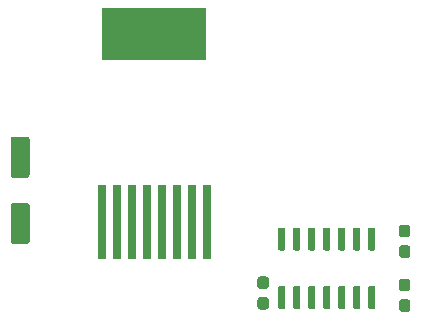
<source format=gbr>
G04 #@! TF.GenerationSoftware,KiCad,Pcbnew,(5.1.5-0)*
G04 #@! TF.CreationDate,2020-01-15T14:05:34-05:00*
G04 #@! TF.ProjectId,lever,6c657665-722e-46b6-9963-61645f706362,1.0*
G04 #@! TF.SameCoordinates,Original*
G04 #@! TF.FileFunction,Paste,Top*
G04 #@! TF.FilePolarity,Positive*
%FSLAX46Y46*%
G04 Gerber Fmt 4.6, Leading zero omitted, Abs format (unit mm)*
G04 Created by KiCad (PCBNEW (5.1.5-0)) date 2020-01-15 14:05:34*
%MOMM*%
%LPD*%
G04 APERTURE LIST*
%ADD10C,0.100000*%
%ADD11R,0.760000X6.350000*%
%ADD12R,8.800000X4.500000*%
G04 APERTURE END LIST*
D10*
G36*
X101603004Y-81557204D02*
G01*
X101627273Y-81560804D01*
X101651071Y-81566765D01*
X101674171Y-81575030D01*
X101696349Y-81585520D01*
X101717393Y-81598133D01*
X101737098Y-81612747D01*
X101755277Y-81629223D01*
X101771753Y-81647402D01*
X101786367Y-81667107D01*
X101798980Y-81688151D01*
X101809470Y-81710329D01*
X101817735Y-81733429D01*
X101823696Y-81757227D01*
X101827296Y-81781496D01*
X101828500Y-81806000D01*
X101828500Y-84806000D01*
X101827296Y-84830504D01*
X101823696Y-84854773D01*
X101817735Y-84878571D01*
X101809470Y-84901671D01*
X101798980Y-84923849D01*
X101786367Y-84944893D01*
X101771753Y-84964598D01*
X101755277Y-84982777D01*
X101737098Y-84999253D01*
X101717393Y-85013867D01*
X101696349Y-85026480D01*
X101674171Y-85036970D01*
X101651071Y-85045235D01*
X101627273Y-85051196D01*
X101603004Y-85054796D01*
X101578500Y-85056000D01*
X100478500Y-85056000D01*
X100453996Y-85054796D01*
X100429727Y-85051196D01*
X100405929Y-85045235D01*
X100382829Y-85036970D01*
X100360651Y-85026480D01*
X100339607Y-85013867D01*
X100319902Y-84999253D01*
X100301723Y-84982777D01*
X100285247Y-84964598D01*
X100270633Y-84944893D01*
X100258020Y-84923849D01*
X100247530Y-84901671D01*
X100239265Y-84878571D01*
X100233304Y-84854773D01*
X100229704Y-84830504D01*
X100228500Y-84806000D01*
X100228500Y-81806000D01*
X100229704Y-81781496D01*
X100233304Y-81757227D01*
X100239265Y-81733429D01*
X100247530Y-81710329D01*
X100258020Y-81688151D01*
X100270633Y-81667107D01*
X100285247Y-81647402D01*
X100301723Y-81629223D01*
X100319902Y-81612747D01*
X100339607Y-81598133D01*
X100360651Y-81585520D01*
X100382829Y-81575030D01*
X100405929Y-81566765D01*
X100429727Y-81560804D01*
X100453996Y-81557204D01*
X100478500Y-81556000D01*
X101578500Y-81556000D01*
X101603004Y-81557204D01*
G37*
G36*
X101603004Y-87157204D02*
G01*
X101627273Y-87160804D01*
X101651071Y-87166765D01*
X101674171Y-87175030D01*
X101696349Y-87185520D01*
X101717393Y-87198133D01*
X101737098Y-87212747D01*
X101755277Y-87229223D01*
X101771753Y-87247402D01*
X101786367Y-87267107D01*
X101798980Y-87288151D01*
X101809470Y-87310329D01*
X101817735Y-87333429D01*
X101823696Y-87357227D01*
X101827296Y-87381496D01*
X101828500Y-87406000D01*
X101828500Y-90406000D01*
X101827296Y-90430504D01*
X101823696Y-90454773D01*
X101817735Y-90478571D01*
X101809470Y-90501671D01*
X101798980Y-90523849D01*
X101786367Y-90544893D01*
X101771753Y-90564598D01*
X101755277Y-90582777D01*
X101737098Y-90599253D01*
X101717393Y-90613867D01*
X101696349Y-90626480D01*
X101674171Y-90636970D01*
X101651071Y-90645235D01*
X101627273Y-90651196D01*
X101603004Y-90654796D01*
X101578500Y-90656000D01*
X100478500Y-90656000D01*
X100453996Y-90654796D01*
X100429727Y-90651196D01*
X100405929Y-90645235D01*
X100382829Y-90636970D01*
X100360651Y-90626480D01*
X100339607Y-90613867D01*
X100319902Y-90599253D01*
X100301723Y-90582777D01*
X100285247Y-90564598D01*
X100270633Y-90544893D01*
X100258020Y-90523849D01*
X100247530Y-90501671D01*
X100239265Y-90478571D01*
X100233304Y-90454773D01*
X100229704Y-90430504D01*
X100228500Y-90406000D01*
X100228500Y-87406000D01*
X100229704Y-87381496D01*
X100233304Y-87357227D01*
X100239265Y-87333429D01*
X100247530Y-87310329D01*
X100258020Y-87288151D01*
X100270633Y-87267107D01*
X100285247Y-87247402D01*
X100301723Y-87229223D01*
X100319902Y-87212747D01*
X100339607Y-87198133D01*
X100360651Y-87185520D01*
X100382829Y-87175030D01*
X100405929Y-87166765D01*
X100429727Y-87160804D01*
X100453996Y-87157204D01*
X100478500Y-87156000D01*
X101578500Y-87156000D01*
X101603004Y-87157204D01*
G37*
G36*
X121863279Y-95156644D02*
G01*
X121886334Y-95160063D01*
X121908943Y-95165727D01*
X121930887Y-95173579D01*
X121951957Y-95183544D01*
X121971948Y-95195526D01*
X121990668Y-95209410D01*
X122007938Y-95225062D01*
X122023590Y-95242332D01*
X122037474Y-95261052D01*
X122049456Y-95281043D01*
X122059421Y-95302113D01*
X122067273Y-95324057D01*
X122072937Y-95346666D01*
X122076356Y-95369721D01*
X122077500Y-95393000D01*
X122077500Y-95968000D01*
X122076356Y-95991279D01*
X122072937Y-96014334D01*
X122067273Y-96036943D01*
X122059421Y-96058887D01*
X122049456Y-96079957D01*
X122037474Y-96099948D01*
X122023590Y-96118668D01*
X122007938Y-96135938D01*
X121990668Y-96151590D01*
X121971948Y-96165474D01*
X121951957Y-96177456D01*
X121930887Y-96187421D01*
X121908943Y-96195273D01*
X121886334Y-96200937D01*
X121863279Y-96204356D01*
X121840000Y-96205500D01*
X121365000Y-96205500D01*
X121341721Y-96204356D01*
X121318666Y-96200937D01*
X121296057Y-96195273D01*
X121274113Y-96187421D01*
X121253043Y-96177456D01*
X121233052Y-96165474D01*
X121214332Y-96151590D01*
X121197062Y-96135938D01*
X121181410Y-96118668D01*
X121167526Y-96099948D01*
X121155544Y-96079957D01*
X121145579Y-96058887D01*
X121137727Y-96036943D01*
X121132063Y-96014334D01*
X121128644Y-95991279D01*
X121127500Y-95968000D01*
X121127500Y-95393000D01*
X121128644Y-95369721D01*
X121132063Y-95346666D01*
X121137727Y-95324057D01*
X121145579Y-95302113D01*
X121155544Y-95281043D01*
X121167526Y-95261052D01*
X121181410Y-95242332D01*
X121197062Y-95225062D01*
X121214332Y-95209410D01*
X121233052Y-95195526D01*
X121253043Y-95183544D01*
X121274113Y-95173579D01*
X121296057Y-95165727D01*
X121318666Y-95160063D01*
X121341721Y-95156644D01*
X121365000Y-95155500D01*
X121840000Y-95155500D01*
X121863279Y-95156644D01*
G37*
G36*
X121863279Y-93406644D02*
G01*
X121886334Y-93410063D01*
X121908943Y-93415727D01*
X121930887Y-93423579D01*
X121951957Y-93433544D01*
X121971948Y-93445526D01*
X121990668Y-93459410D01*
X122007938Y-93475062D01*
X122023590Y-93492332D01*
X122037474Y-93511052D01*
X122049456Y-93531043D01*
X122059421Y-93552113D01*
X122067273Y-93574057D01*
X122072937Y-93596666D01*
X122076356Y-93619721D01*
X122077500Y-93643000D01*
X122077500Y-94218000D01*
X122076356Y-94241279D01*
X122072937Y-94264334D01*
X122067273Y-94286943D01*
X122059421Y-94308887D01*
X122049456Y-94329957D01*
X122037474Y-94349948D01*
X122023590Y-94368668D01*
X122007938Y-94385938D01*
X121990668Y-94401590D01*
X121971948Y-94415474D01*
X121951957Y-94427456D01*
X121930887Y-94437421D01*
X121908943Y-94445273D01*
X121886334Y-94450937D01*
X121863279Y-94454356D01*
X121840000Y-94455500D01*
X121365000Y-94455500D01*
X121341721Y-94454356D01*
X121318666Y-94450937D01*
X121296057Y-94445273D01*
X121274113Y-94437421D01*
X121253043Y-94427456D01*
X121233052Y-94415474D01*
X121214332Y-94401590D01*
X121197062Y-94385938D01*
X121181410Y-94368668D01*
X121167526Y-94349948D01*
X121155544Y-94329957D01*
X121145579Y-94308887D01*
X121137727Y-94286943D01*
X121132063Y-94264334D01*
X121128644Y-94241279D01*
X121127500Y-94218000D01*
X121127500Y-93643000D01*
X121128644Y-93619721D01*
X121132063Y-93596666D01*
X121137727Y-93574057D01*
X121145579Y-93552113D01*
X121155544Y-93531043D01*
X121167526Y-93511052D01*
X121181410Y-93492332D01*
X121197062Y-93475062D01*
X121214332Y-93459410D01*
X121233052Y-93445526D01*
X121253043Y-93433544D01*
X121274113Y-93423579D01*
X121296057Y-93415727D01*
X121318666Y-93410063D01*
X121341721Y-93406644D01*
X121365000Y-93405500D01*
X121840000Y-93405500D01*
X121863279Y-93406644D01*
G37*
G36*
X133864779Y-90775144D02*
G01*
X133887834Y-90778563D01*
X133910443Y-90784227D01*
X133932387Y-90792079D01*
X133953457Y-90802044D01*
X133973448Y-90814026D01*
X133992168Y-90827910D01*
X134009438Y-90843562D01*
X134025090Y-90860832D01*
X134038974Y-90879552D01*
X134050956Y-90899543D01*
X134060921Y-90920613D01*
X134068773Y-90942557D01*
X134074437Y-90965166D01*
X134077856Y-90988221D01*
X134079000Y-91011500D01*
X134079000Y-91586500D01*
X134077856Y-91609779D01*
X134074437Y-91632834D01*
X134068773Y-91655443D01*
X134060921Y-91677387D01*
X134050956Y-91698457D01*
X134038974Y-91718448D01*
X134025090Y-91737168D01*
X134009438Y-91754438D01*
X133992168Y-91770090D01*
X133973448Y-91783974D01*
X133953457Y-91795956D01*
X133932387Y-91805921D01*
X133910443Y-91813773D01*
X133887834Y-91819437D01*
X133864779Y-91822856D01*
X133841500Y-91824000D01*
X133366500Y-91824000D01*
X133343221Y-91822856D01*
X133320166Y-91819437D01*
X133297557Y-91813773D01*
X133275613Y-91805921D01*
X133254543Y-91795956D01*
X133234552Y-91783974D01*
X133215832Y-91770090D01*
X133198562Y-91754438D01*
X133182910Y-91737168D01*
X133169026Y-91718448D01*
X133157044Y-91698457D01*
X133147079Y-91677387D01*
X133139227Y-91655443D01*
X133133563Y-91632834D01*
X133130144Y-91609779D01*
X133129000Y-91586500D01*
X133129000Y-91011500D01*
X133130144Y-90988221D01*
X133133563Y-90965166D01*
X133139227Y-90942557D01*
X133147079Y-90920613D01*
X133157044Y-90899543D01*
X133169026Y-90879552D01*
X133182910Y-90860832D01*
X133198562Y-90843562D01*
X133215832Y-90827910D01*
X133234552Y-90814026D01*
X133254543Y-90802044D01*
X133275613Y-90792079D01*
X133297557Y-90784227D01*
X133320166Y-90778563D01*
X133343221Y-90775144D01*
X133366500Y-90774000D01*
X133841500Y-90774000D01*
X133864779Y-90775144D01*
G37*
G36*
X133864779Y-89025144D02*
G01*
X133887834Y-89028563D01*
X133910443Y-89034227D01*
X133932387Y-89042079D01*
X133953457Y-89052044D01*
X133973448Y-89064026D01*
X133992168Y-89077910D01*
X134009438Y-89093562D01*
X134025090Y-89110832D01*
X134038974Y-89129552D01*
X134050956Y-89149543D01*
X134060921Y-89170613D01*
X134068773Y-89192557D01*
X134074437Y-89215166D01*
X134077856Y-89238221D01*
X134079000Y-89261500D01*
X134079000Y-89836500D01*
X134077856Y-89859779D01*
X134074437Y-89882834D01*
X134068773Y-89905443D01*
X134060921Y-89927387D01*
X134050956Y-89948457D01*
X134038974Y-89968448D01*
X134025090Y-89987168D01*
X134009438Y-90004438D01*
X133992168Y-90020090D01*
X133973448Y-90033974D01*
X133953457Y-90045956D01*
X133932387Y-90055921D01*
X133910443Y-90063773D01*
X133887834Y-90069437D01*
X133864779Y-90072856D01*
X133841500Y-90074000D01*
X133366500Y-90074000D01*
X133343221Y-90072856D01*
X133320166Y-90069437D01*
X133297557Y-90063773D01*
X133275613Y-90055921D01*
X133254543Y-90045956D01*
X133234552Y-90033974D01*
X133215832Y-90020090D01*
X133198562Y-90004438D01*
X133182910Y-89987168D01*
X133169026Y-89968448D01*
X133157044Y-89948457D01*
X133147079Y-89927387D01*
X133139227Y-89905443D01*
X133133563Y-89882834D01*
X133130144Y-89859779D01*
X133129000Y-89836500D01*
X133129000Y-89261500D01*
X133130144Y-89238221D01*
X133133563Y-89215166D01*
X133139227Y-89192557D01*
X133147079Y-89170613D01*
X133157044Y-89149543D01*
X133169026Y-89129552D01*
X133182910Y-89110832D01*
X133198562Y-89093562D01*
X133215832Y-89077910D01*
X133234552Y-89064026D01*
X133254543Y-89052044D01*
X133275613Y-89042079D01*
X133297557Y-89034227D01*
X133320166Y-89028563D01*
X133343221Y-89025144D01*
X133366500Y-89024000D01*
X133841500Y-89024000D01*
X133864779Y-89025144D01*
G37*
G36*
X133864779Y-95347144D02*
G01*
X133887834Y-95350563D01*
X133910443Y-95356227D01*
X133932387Y-95364079D01*
X133953457Y-95374044D01*
X133973448Y-95386026D01*
X133992168Y-95399910D01*
X134009438Y-95415562D01*
X134025090Y-95432832D01*
X134038974Y-95451552D01*
X134050956Y-95471543D01*
X134060921Y-95492613D01*
X134068773Y-95514557D01*
X134074437Y-95537166D01*
X134077856Y-95560221D01*
X134079000Y-95583500D01*
X134079000Y-96158500D01*
X134077856Y-96181779D01*
X134074437Y-96204834D01*
X134068773Y-96227443D01*
X134060921Y-96249387D01*
X134050956Y-96270457D01*
X134038974Y-96290448D01*
X134025090Y-96309168D01*
X134009438Y-96326438D01*
X133992168Y-96342090D01*
X133973448Y-96355974D01*
X133953457Y-96367956D01*
X133932387Y-96377921D01*
X133910443Y-96385773D01*
X133887834Y-96391437D01*
X133864779Y-96394856D01*
X133841500Y-96396000D01*
X133366500Y-96396000D01*
X133343221Y-96394856D01*
X133320166Y-96391437D01*
X133297557Y-96385773D01*
X133275613Y-96377921D01*
X133254543Y-96367956D01*
X133234552Y-96355974D01*
X133215832Y-96342090D01*
X133198562Y-96326438D01*
X133182910Y-96309168D01*
X133169026Y-96290448D01*
X133157044Y-96270457D01*
X133147079Y-96249387D01*
X133139227Y-96227443D01*
X133133563Y-96204834D01*
X133130144Y-96181779D01*
X133129000Y-96158500D01*
X133129000Y-95583500D01*
X133130144Y-95560221D01*
X133133563Y-95537166D01*
X133139227Y-95514557D01*
X133147079Y-95492613D01*
X133157044Y-95471543D01*
X133169026Y-95451552D01*
X133182910Y-95432832D01*
X133198562Y-95415562D01*
X133215832Y-95399910D01*
X133234552Y-95386026D01*
X133254543Y-95374044D01*
X133275613Y-95364079D01*
X133297557Y-95356227D01*
X133320166Y-95350563D01*
X133343221Y-95347144D01*
X133366500Y-95346000D01*
X133841500Y-95346000D01*
X133864779Y-95347144D01*
G37*
G36*
X133864779Y-93597144D02*
G01*
X133887834Y-93600563D01*
X133910443Y-93606227D01*
X133932387Y-93614079D01*
X133953457Y-93624044D01*
X133973448Y-93636026D01*
X133992168Y-93649910D01*
X134009438Y-93665562D01*
X134025090Y-93682832D01*
X134038974Y-93701552D01*
X134050956Y-93721543D01*
X134060921Y-93742613D01*
X134068773Y-93764557D01*
X134074437Y-93787166D01*
X134077856Y-93810221D01*
X134079000Y-93833500D01*
X134079000Y-94408500D01*
X134077856Y-94431779D01*
X134074437Y-94454834D01*
X134068773Y-94477443D01*
X134060921Y-94499387D01*
X134050956Y-94520457D01*
X134038974Y-94540448D01*
X134025090Y-94559168D01*
X134009438Y-94576438D01*
X133992168Y-94592090D01*
X133973448Y-94605974D01*
X133953457Y-94617956D01*
X133932387Y-94627921D01*
X133910443Y-94635773D01*
X133887834Y-94641437D01*
X133864779Y-94644856D01*
X133841500Y-94646000D01*
X133366500Y-94646000D01*
X133343221Y-94644856D01*
X133320166Y-94641437D01*
X133297557Y-94635773D01*
X133275613Y-94627921D01*
X133254543Y-94617956D01*
X133234552Y-94605974D01*
X133215832Y-94592090D01*
X133198562Y-94576438D01*
X133182910Y-94559168D01*
X133169026Y-94540448D01*
X133157044Y-94520457D01*
X133147079Y-94499387D01*
X133139227Y-94477443D01*
X133133563Y-94454834D01*
X133130144Y-94431779D01*
X133129000Y-94408500D01*
X133129000Y-93833500D01*
X133130144Y-93810221D01*
X133133563Y-93787166D01*
X133139227Y-93764557D01*
X133147079Y-93742613D01*
X133157044Y-93721543D01*
X133169026Y-93701552D01*
X133182910Y-93682832D01*
X133198562Y-93665562D01*
X133215832Y-93649910D01*
X133234552Y-93636026D01*
X133254543Y-93624044D01*
X133275613Y-93614079D01*
X133297557Y-93606227D01*
X133320166Y-93600563D01*
X133343221Y-93597144D01*
X133366500Y-93596000D01*
X133841500Y-93596000D01*
X133864779Y-93597144D01*
G37*
G36*
X123354703Y-89260722D02*
G01*
X123369264Y-89262882D01*
X123383543Y-89266459D01*
X123397403Y-89271418D01*
X123410710Y-89277712D01*
X123423336Y-89285280D01*
X123435159Y-89294048D01*
X123446066Y-89303934D01*
X123455952Y-89314841D01*
X123464720Y-89326664D01*
X123472288Y-89339290D01*
X123478582Y-89352597D01*
X123483541Y-89366457D01*
X123487118Y-89380736D01*
X123489278Y-89395297D01*
X123490000Y-89410000D01*
X123490000Y-91060000D01*
X123489278Y-91074703D01*
X123487118Y-91089264D01*
X123483541Y-91103543D01*
X123478582Y-91117403D01*
X123472288Y-91130710D01*
X123464720Y-91143336D01*
X123455952Y-91155159D01*
X123446066Y-91166066D01*
X123435159Y-91175952D01*
X123423336Y-91184720D01*
X123410710Y-91192288D01*
X123397403Y-91198582D01*
X123383543Y-91203541D01*
X123369264Y-91207118D01*
X123354703Y-91209278D01*
X123340000Y-91210000D01*
X123040000Y-91210000D01*
X123025297Y-91209278D01*
X123010736Y-91207118D01*
X122996457Y-91203541D01*
X122982597Y-91198582D01*
X122969290Y-91192288D01*
X122956664Y-91184720D01*
X122944841Y-91175952D01*
X122933934Y-91166066D01*
X122924048Y-91155159D01*
X122915280Y-91143336D01*
X122907712Y-91130710D01*
X122901418Y-91117403D01*
X122896459Y-91103543D01*
X122892882Y-91089264D01*
X122890722Y-91074703D01*
X122890000Y-91060000D01*
X122890000Y-89410000D01*
X122890722Y-89395297D01*
X122892882Y-89380736D01*
X122896459Y-89366457D01*
X122901418Y-89352597D01*
X122907712Y-89339290D01*
X122915280Y-89326664D01*
X122924048Y-89314841D01*
X122933934Y-89303934D01*
X122944841Y-89294048D01*
X122956664Y-89285280D01*
X122969290Y-89277712D01*
X122982597Y-89271418D01*
X122996457Y-89266459D01*
X123010736Y-89262882D01*
X123025297Y-89260722D01*
X123040000Y-89260000D01*
X123340000Y-89260000D01*
X123354703Y-89260722D01*
G37*
G36*
X124624703Y-89260722D02*
G01*
X124639264Y-89262882D01*
X124653543Y-89266459D01*
X124667403Y-89271418D01*
X124680710Y-89277712D01*
X124693336Y-89285280D01*
X124705159Y-89294048D01*
X124716066Y-89303934D01*
X124725952Y-89314841D01*
X124734720Y-89326664D01*
X124742288Y-89339290D01*
X124748582Y-89352597D01*
X124753541Y-89366457D01*
X124757118Y-89380736D01*
X124759278Y-89395297D01*
X124760000Y-89410000D01*
X124760000Y-91060000D01*
X124759278Y-91074703D01*
X124757118Y-91089264D01*
X124753541Y-91103543D01*
X124748582Y-91117403D01*
X124742288Y-91130710D01*
X124734720Y-91143336D01*
X124725952Y-91155159D01*
X124716066Y-91166066D01*
X124705159Y-91175952D01*
X124693336Y-91184720D01*
X124680710Y-91192288D01*
X124667403Y-91198582D01*
X124653543Y-91203541D01*
X124639264Y-91207118D01*
X124624703Y-91209278D01*
X124610000Y-91210000D01*
X124310000Y-91210000D01*
X124295297Y-91209278D01*
X124280736Y-91207118D01*
X124266457Y-91203541D01*
X124252597Y-91198582D01*
X124239290Y-91192288D01*
X124226664Y-91184720D01*
X124214841Y-91175952D01*
X124203934Y-91166066D01*
X124194048Y-91155159D01*
X124185280Y-91143336D01*
X124177712Y-91130710D01*
X124171418Y-91117403D01*
X124166459Y-91103543D01*
X124162882Y-91089264D01*
X124160722Y-91074703D01*
X124160000Y-91060000D01*
X124160000Y-89410000D01*
X124160722Y-89395297D01*
X124162882Y-89380736D01*
X124166459Y-89366457D01*
X124171418Y-89352597D01*
X124177712Y-89339290D01*
X124185280Y-89326664D01*
X124194048Y-89314841D01*
X124203934Y-89303934D01*
X124214841Y-89294048D01*
X124226664Y-89285280D01*
X124239290Y-89277712D01*
X124252597Y-89271418D01*
X124266457Y-89266459D01*
X124280736Y-89262882D01*
X124295297Y-89260722D01*
X124310000Y-89260000D01*
X124610000Y-89260000D01*
X124624703Y-89260722D01*
G37*
G36*
X125894703Y-89260722D02*
G01*
X125909264Y-89262882D01*
X125923543Y-89266459D01*
X125937403Y-89271418D01*
X125950710Y-89277712D01*
X125963336Y-89285280D01*
X125975159Y-89294048D01*
X125986066Y-89303934D01*
X125995952Y-89314841D01*
X126004720Y-89326664D01*
X126012288Y-89339290D01*
X126018582Y-89352597D01*
X126023541Y-89366457D01*
X126027118Y-89380736D01*
X126029278Y-89395297D01*
X126030000Y-89410000D01*
X126030000Y-91060000D01*
X126029278Y-91074703D01*
X126027118Y-91089264D01*
X126023541Y-91103543D01*
X126018582Y-91117403D01*
X126012288Y-91130710D01*
X126004720Y-91143336D01*
X125995952Y-91155159D01*
X125986066Y-91166066D01*
X125975159Y-91175952D01*
X125963336Y-91184720D01*
X125950710Y-91192288D01*
X125937403Y-91198582D01*
X125923543Y-91203541D01*
X125909264Y-91207118D01*
X125894703Y-91209278D01*
X125880000Y-91210000D01*
X125580000Y-91210000D01*
X125565297Y-91209278D01*
X125550736Y-91207118D01*
X125536457Y-91203541D01*
X125522597Y-91198582D01*
X125509290Y-91192288D01*
X125496664Y-91184720D01*
X125484841Y-91175952D01*
X125473934Y-91166066D01*
X125464048Y-91155159D01*
X125455280Y-91143336D01*
X125447712Y-91130710D01*
X125441418Y-91117403D01*
X125436459Y-91103543D01*
X125432882Y-91089264D01*
X125430722Y-91074703D01*
X125430000Y-91060000D01*
X125430000Y-89410000D01*
X125430722Y-89395297D01*
X125432882Y-89380736D01*
X125436459Y-89366457D01*
X125441418Y-89352597D01*
X125447712Y-89339290D01*
X125455280Y-89326664D01*
X125464048Y-89314841D01*
X125473934Y-89303934D01*
X125484841Y-89294048D01*
X125496664Y-89285280D01*
X125509290Y-89277712D01*
X125522597Y-89271418D01*
X125536457Y-89266459D01*
X125550736Y-89262882D01*
X125565297Y-89260722D01*
X125580000Y-89260000D01*
X125880000Y-89260000D01*
X125894703Y-89260722D01*
G37*
G36*
X127164703Y-89260722D02*
G01*
X127179264Y-89262882D01*
X127193543Y-89266459D01*
X127207403Y-89271418D01*
X127220710Y-89277712D01*
X127233336Y-89285280D01*
X127245159Y-89294048D01*
X127256066Y-89303934D01*
X127265952Y-89314841D01*
X127274720Y-89326664D01*
X127282288Y-89339290D01*
X127288582Y-89352597D01*
X127293541Y-89366457D01*
X127297118Y-89380736D01*
X127299278Y-89395297D01*
X127300000Y-89410000D01*
X127300000Y-91060000D01*
X127299278Y-91074703D01*
X127297118Y-91089264D01*
X127293541Y-91103543D01*
X127288582Y-91117403D01*
X127282288Y-91130710D01*
X127274720Y-91143336D01*
X127265952Y-91155159D01*
X127256066Y-91166066D01*
X127245159Y-91175952D01*
X127233336Y-91184720D01*
X127220710Y-91192288D01*
X127207403Y-91198582D01*
X127193543Y-91203541D01*
X127179264Y-91207118D01*
X127164703Y-91209278D01*
X127150000Y-91210000D01*
X126850000Y-91210000D01*
X126835297Y-91209278D01*
X126820736Y-91207118D01*
X126806457Y-91203541D01*
X126792597Y-91198582D01*
X126779290Y-91192288D01*
X126766664Y-91184720D01*
X126754841Y-91175952D01*
X126743934Y-91166066D01*
X126734048Y-91155159D01*
X126725280Y-91143336D01*
X126717712Y-91130710D01*
X126711418Y-91117403D01*
X126706459Y-91103543D01*
X126702882Y-91089264D01*
X126700722Y-91074703D01*
X126700000Y-91060000D01*
X126700000Y-89410000D01*
X126700722Y-89395297D01*
X126702882Y-89380736D01*
X126706459Y-89366457D01*
X126711418Y-89352597D01*
X126717712Y-89339290D01*
X126725280Y-89326664D01*
X126734048Y-89314841D01*
X126743934Y-89303934D01*
X126754841Y-89294048D01*
X126766664Y-89285280D01*
X126779290Y-89277712D01*
X126792597Y-89271418D01*
X126806457Y-89266459D01*
X126820736Y-89262882D01*
X126835297Y-89260722D01*
X126850000Y-89260000D01*
X127150000Y-89260000D01*
X127164703Y-89260722D01*
G37*
G36*
X128434703Y-89260722D02*
G01*
X128449264Y-89262882D01*
X128463543Y-89266459D01*
X128477403Y-89271418D01*
X128490710Y-89277712D01*
X128503336Y-89285280D01*
X128515159Y-89294048D01*
X128526066Y-89303934D01*
X128535952Y-89314841D01*
X128544720Y-89326664D01*
X128552288Y-89339290D01*
X128558582Y-89352597D01*
X128563541Y-89366457D01*
X128567118Y-89380736D01*
X128569278Y-89395297D01*
X128570000Y-89410000D01*
X128570000Y-91060000D01*
X128569278Y-91074703D01*
X128567118Y-91089264D01*
X128563541Y-91103543D01*
X128558582Y-91117403D01*
X128552288Y-91130710D01*
X128544720Y-91143336D01*
X128535952Y-91155159D01*
X128526066Y-91166066D01*
X128515159Y-91175952D01*
X128503336Y-91184720D01*
X128490710Y-91192288D01*
X128477403Y-91198582D01*
X128463543Y-91203541D01*
X128449264Y-91207118D01*
X128434703Y-91209278D01*
X128420000Y-91210000D01*
X128120000Y-91210000D01*
X128105297Y-91209278D01*
X128090736Y-91207118D01*
X128076457Y-91203541D01*
X128062597Y-91198582D01*
X128049290Y-91192288D01*
X128036664Y-91184720D01*
X128024841Y-91175952D01*
X128013934Y-91166066D01*
X128004048Y-91155159D01*
X127995280Y-91143336D01*
X127987712Y-91130710D01*
X127981418Y-91117403D01*
X127976459Y-91103543D01*
X127972882Y-91089264D01*
X127970722Y-91074703D01*
X127970000Y-91060000D01*
X127970000Y-89410000D01*
X127970722Y-89395297D01*
X127972882Y-89380736D01*
X127976459Y-89366457D01*
X127981418Y-89352597D01*
X127987712Y-89339290D01*
X127995280Y-89326664D01*
X128004048Y-89314841D01*
X128013934Y-89303934D01*
X128024841Y-89294048D01*
X128036664Y-89285280D01*
X128049290Y-89277712D01*
X128062597Y-89271418D01*
X128076457Y-89266459D01*
X128090736Y-89262882D01*
X128105297Y-89260722D01*
X128120000Y-89260000D01*
X128420000Y-89260000D01*
X128434703Y-89260722D01*
G37*
G36*
X129704703Y-89260722D02*
G01*
X129719264Y-89262882D01*
X129733543Y-89266459D01*
X129747403Y-89271418D01*
X129760710Y-89277712D01*
X129773336Y-89285280D01*
X129785159Y-89294048D01*
X129796066Y-89303934D01*
X129805952Y-89314841D01*
X129814720Y-89326664D01*
X129822288Y-89339290D01*
X129828582Y-89352597D01*
X129833541Y-89366457D01*
X129837118Y-89380736D01*
X129839278Y-89395297D01*
X129840000Y-89410000D01*
X129840000Y-91060000D01*
X129839278Y-91074703D01*
X129837118Y-91089264D01*
X129833541Y-91103543D01*
X129828582Y-91117403D01*
X129822288Y-91130710D01*
X129814720Y-91143336D01*
X129805952Y-91155159D01*
X129796066Y-91166066D01*
X129785159Y-91175952D01*
X129773336Y-91184720D01*
X129760710Y-91192288D01*
X129747403Y-91198582D01*
X129733543Y-91203541D01*
X129719264Y-91207118D01*
X129704703Y-91209278D01*
X129690000Y-91210000D01*
X129390000Y-91210000D01*
X129375297Y-91209278D01*
X129360736Y-91207118D01*
X129346457Y-91203541D01*
X129332597Y-91198582D01*
X129319290Y-91192288D01*
X129306664Y-91184720D01*
X129294841Y-91175952D01*
X129283934Y-91166066D01*
X129274048Y-91155159D01*
X129265280Y-91143336D01*
X129257712Y-91130710D01*
X129251418Y-91117403D01*
X129246459Y-91103543D01*
X129242882Y-91089264D01*
X129240722Y-91074703D01*
X129240000Y-91060000D01*
X129240000Y-89410000D01*
X129240722Y-89395297D01*
X129242882Y-89380736D01*
X129246459Y-89366457D01*
X129251418Y-89352597D01*
X129257712Y-89339290D01*
X129265280Y-89326664D01*
X129274048Y-89314841D01*
X129283934Y-89303934D01*
X129294841Y-89294048D01*
X129306664Y-89285280D01*
X129319290Y-89277712D01*
X129332597Y-89271418D01*
X129346457Y-89266459D01*
X129360736Y-89262882D01*
X129375297Y-89260722D01*
X129390000Y-89260000D01*
X129690000Y-89260000D01*
X129704703Y-89260722D01*
G37*
G36*
X130974703Y-89260722D02*
G01*
X130989264Y-89262882D01*
X131003543Y-89266459D01*
X131017403Y-89271418D01*
X131030710Y-89277712D01*
X131043336Y-89285280D01*
X131055159Y-89294048D01*
X131066066Y-89303934D01*
X131075952Y-89314841D01*
X131084720Y-89326664D01*
X131092288Y-89339290D01*
X131098582Y-89352597D01*
X131103541Y-89366457D01*
X131107118Y-89380736D01*
X131109278Y-89395297D01*
X131110000Y-89410000D01*
X131110000Y-91060000D01*
X131109278Y-91074703D01*
X131107118Y-91089264D01*
X131103541Y-91103543D01*
X131098582Y-91117403D01*
X131092288Y-91130710D01*
X131084720Y-91143336D01*
X131075952Y-91155159D01*
X131066066Y-91166066D01*
X131055159Y-91175952D01*
X131043336Y-91184720D01*
X131030710Y-91192288D01*
X131017403Y-91198582D01*
X131003543Y-91203541D01*
X130989264Y-91207118D01*
X130974703Y-91209278D01*
X130960000Y-91210000D01*
X130660000Y-91210000D01*
X130645297Y-91209278D01*
X130630736Y-91207118D01*
X130616457Y-91203541D01*
X130602597Y-91198582D01*
X130589290Y-91192288D01*
X130576664Y-91184720D01*
X130564841Y-91175952D01*
X130553934Y-91166066D01*
X130544048Y-91155159D01*
X130535280Y-91143336D01*
X130527712Y-91130710D01*
X130521418Y-91117403D01*
X130516459Y-91103543D01*
X130512882Y-91089264D01*
X130510722Y-91074703D01*
X130510000Y-91060000D01*
X130510000Y-89410000D01*
X130510722Y-89395297D01*
X130512882Y-89380736D01*
X130516459Y-89366457D01*
X130521418Y-89352597D01*
X130527712Y-89339290D01*
X130535280Y-89326664D01*
X130544048Y-89314841D01*
X130553934Y-89303934D01*
X130564841Y-89294048D01*
X130576664Y-89285280D01*
X130589290Y-89277712D01*
X130602597Y-89271418D01*
X130616457Y-89266459D01*
X130630736Y-89262882D01*
X130645297Y-89260722D01*
X130660000Y-89260000D01*
X130960000Y-89260000D01*
X130974703Y-89260722D01*
G37*
G36*
X130974703Y-94210722D02*
G01*
X130989264Y-94212882D01*
X131003543Y-94216459D01*
X131017403Y-94221418D01*
X131030710Y-94227712D01*
X131043336Y-94235280D01*
X131055159Y-94244048D01*
X131066066Y-94253934D01*
X131075952Y-94264841D01*
X131084720Y-94276664D01*
X131092288Y-94289290D01*
X131098582Y-94302597D01*
X131103541Y-94316457D01*
X131107118Y-94330736D01*
X131109278Y-94345297D01*
X131110000Y-94360000D01*
X131110000Y-96010000D01*
X131109278Y-96024703D01*
X131107118Y-96039264D01*
X131103541Y-96053543D01*
X131098582Y-96067403D01*
X131092288Y-96080710D01*
X131084720Y-96093336D01*
X131075952Y-96105159D01*
X131066066Y-96116066D01*
X131055159Y-96125952D01*
X131043336Y-96134720D01*
X131030710Y-96142288D01*
X131017403Y-96148582D01*
X131003543Y-96153541D01*
X130989264Y-96157118D01*
X130974703Y-96159278D01*
X130960000Y-96160000D01*
X130660000Y-96160000D01*
X130645297Y-96159278D01*
X130630736Y-96157118D01*
X130616457Y-96153541D01*
X130602597Y-96148582D01*
X130589290Y-96142288D01*
X130576664Y-96134720D01*
X130564841Y-96125952D01*
X130553934Y-96116066D01*
X130544048Y-96105159D01*
X130535280Y-96093336D01*
X130527712Y-96080710D01*
X130521418Y-96067403D01*
X130516459Y-96053543D01*
X130512882Y-96039264D01*
X130510722Y-96024703D01*
X130510000Y-96010000D01*
X130510000Y-94360000D01*
X130510722Y-94345297D01*
X130512882Y-94330736D01*
X130516459Y-94316457D01*
X130521418Y-94302597D01*
X130527712Y-94289290D01*
X130535280Y-94276664D01*
X130544048Y-94264841D01*
X130553934Y-94253934D01*
X130564841Y-94244048D01*
X130576664Y-94235280D01*
X130589290Y-94227712D01*
X130602597Y-94221418D01*
X130616457Y-94216459D01*
X130630736Y-94212882D01*
X130645297Y-94210722D01*
X130660000Y-94210000D01*
X130960000Y-94210000D01*
X130974703Y-94210722D01*
G37*
G36*
X129704703Y-94210722D02*
G01*
X129719264Y-94212882D01*
X129733543Y-94216459D01*
X129747403Y-94221418D01*
X129760710Y-94227712D01*
X129773336Y-94235280D01*
X129785159Y-94244048D01*
X129796066Y-94253934D01*
X129805952Y-94264841D01*
X129814720Y-94276664D01*
X129822288Y-94289290D01*
X129828582Y-94302597D01*
X129833541Y-94316457D01*
X129837118Y-94330736D01*
X129839278Y-94345297D01*
X129840000Y-94360000D01*
X129840000Y-96010000D01*
X129839278Y-96024703D01*
X129837118Y-96039264D01*
X129833541Y-96053543D01*
X129828582Y-96067403D01*
X129822288Y-96080710D01*
X129814720Y-96093336D01*
X129805952Y-96105159D01*
X129796066Y-96116066D01*
X129785159Y-96125952D01*
X129773336Y-96134720D01*
X129760710Y-96142288D01*
X129747403Y-96148582D01*
X129733543Y-96153541D01*
X129719264Y-96157118D01*
X129704703Y-96159278D01*
X129690000Y-96160000D01*
X129390000Y-96160000D01*
X129375297Y-96159278D01*
X129360736Y-96157118D01*
X129346457Y-96153541D01*
X129332597Y-96148582D01*
X129319290Y-96142288D01*
X129306664Y-96134720D01*
X129294841Y-96125952D01*
X129283934Y-96116066D01*
X129274048Y-96105159D01*
X129265280Y-96093336D01*
X129257712Y-96080710D01*
X129251418Y-96067403D01*
X129246459Y-96053543D01*
X129242882Y-96039264D01*
X129240722Y-96024703D01*
X129240000Y-96010000D01*
X129240000Y-94360000D01*
X129240722Y-94345297D01*
X129242882Y-94330736D01*
X129246459Y-94316457D01*
X129251418Y-94302597D01*
X129257712Y-94289290D01*
X129265280Y-94276664D01*
X129274048Y-94264841D01*
X129283934Y-94253934D01*
X129294841Y-94244048D01*
X129306664Y-94235280D01*
X129319290Y-94227712D01*
X129332597Y-94221418D01*
X129346457Y-94216459D01*
X129360736Y-94212882D01*
X129375297Y-94210722D01*
X129390000Y-94210000D01*
X129690000Y-94210000D01*
X129704703Y-94210722D01*
G37*
G36*
X128434703Y-94210722D02*
G01*
X128449264Y-94212882D01*
X128463543Y-94216459D01*
X128477403Y-94221418D01*
X128490710Y-94227712D01*
X128503336Y-94235280D01*
X128515159Y-94244048D01*
X128526066Y-94253934D01*
X128535952Y-94264841D01*
X128544720Y-94276664D01*
X128552288Y-94289290D01*
X128558582Y-94302597D01*
X128563541Y-94316457D01*
X128567118Y-94330736D01*
X128569278Y-94345297D01*
X128570000Y-94360000D01*
X128570000Y-96010000D01*
X128569278Y-96024703D01*
X128567118Y-96039264D01*
X128563541Y-96053543D01*
X128558582Y-96067403D01*
X128552288Y-96080710D01*
X128544720Y-96093336D01*
X128535952Y-96105159D01*
X128526066Y-96116066D01*
X128515159Y-96125952D01*
X128503336Y-96134720D01*
X128490710Y-96142288D01*
X128477403Y-96148582D01*
X128463543Y-96153541D01*
X128449264Y-96157118D01*
X128434703Y-96159278D01*
X128420000Y-96160000D01*
X128120000Y-96160000D01*
X128105297Y-96159278D01*
X128090736Y-96157118D01*
X128076457Y-96153541D01*
X128062597Y-96148582D01*
X128049290Y-96142288D01*
X128036664Y-96134720D01*
X128024841Y-96125952D01*
X128013934Y-96116066D01*
X128004048Y-96105159D01*
X127995280Y-96093336D01*
X127987712Y-96080710D01*
X127981418Y-96067403D01*
X127976459Y-96053543D01*
X127972882Y-96039264D01*
X127970722Y-96024703D01*
X127970000Y-96010000D01*
X127970000Y-94360000D01*
X127970722Y-94345297D01*
X127972882Y-94330736D01*
X127976459Y-94316457D01*
X127981418Y-94302597D01*
X127987712Y-94289290D01*
X127995280Y-94276664D01*
X128004048Y-94264841D01*
X128013934Y-94253934D01*
X128024841Y-94244048D01*
X128036664Y-94235280D01*
X128049290Y-94227712D01*
X128062597Y-94221418D01*
X128076457Y-94216459D01*
X128090736Y-94212882D01*
X128105297Y-94210722D01*
X128120000Y-94210000D01*
X128420000Y-94210000D01*
X128434703Y-94210722D01*
G37*
G36*
X127164703Y-94210722D02*
G01*
X127179264Y-94212882D01*
X127193543Y-94216459D01*
X127207403Y-94221418D01*
X127220710Y-94227712D01*
X127233336Y-94235280D01*
X127245159Y-94244048D01*
X127256066Y-94253934D01*
X127265952Y-94264841D01*
X127274720Y-94276664D01*
X127282288Y-94289290D01*
X127288582Y-94302597D01*
X127293541Y-94316457D01*
X127297118Y-94330736D01*
X127299278Y-94345297D01*
X127300000Y-94360000D01*
X127300000Y-96010000D01*
X127299278Y-96024703D01*
X127297118Y-96039264D01*
X127293541Y-96053543D01*
X127288582Y-96067403D01*
X127282288Y-96080710D01*
X127274720Y-96093336D01*
X127265952Y-96105159D01*
X127256066Y-96116066D01*
X127245159Y-96125952D01*
X127233336Y-96134720D01*
X127220710Y-96142288D01*
X127207403Y-96148582D01*
X127193543Y-96153541D01*
X127179264Y-96157118D01*
X127164703Y-96159278D01*
X127150000Y-96160000D01*
X126850000Y-96160000D01*
X126835297Y-96159278D01*
X126820736Y-96157118D01*
X126806457Y-96153541D01*
X126792597Y-96148582D01*
X126779290Y-96142288D01*
X126766664Y-96134720D01*
X126754841Y-96125952D01*
X126743934Y-96116066D01*
X126734048Y-96105159D01*
X126725280Y-96093336D01*
X126717712Y-96080710D01*
X126711418Y-96067403D01*
X126706459Y-96053543D01*
X126702882Y-96039264D01*
X126700722Y-96024703D01*
X126700000Y-96010000D01*
X126700000Y-94360000D01*
X126700722Y-94345297D01*
X126702882Y-94330736D01*
X126706459Y-94316457D01*
X126711418Y-94302597D01*
X126717712Y-94289290D01*
X126725280Y-94276664D01*
X126734048Y-94264841D01*
X126743934Y-94253934D01*
X126754841Y-94244048D01*
X126766664Y-94235280D01*
X126779290Y-94227712D01*
X126792597Y-94221418D01*
X126806457Y-94216459D01*
X126820736Y-94212882D01*
X126835297Y-94210722D01*
X126850000Y-94210000D01*
X127150000Y-94210000D01*
X127164703Y-94210722D01*
G37*
G36*
X125894703Y-94210722D02*
G01*
X125909264Y-94212882D01*
X125923543Y-94216459D01*
X125937403Y-94221418D01*
X125950710Y-94227712D01*
X125963336Y-94235280D01*
X125975159Y-94244048D01*
X125986066Y-94253934D01*
X125995952Y-94264841D01*
X126004720Y-94276664D01*
X126012288Y-94289290D01*
X126018582Y-94302597D01*
X126023541Y-94316457D01*
X126027118Y-94330736D01*
X126029278Y-94345297D01*
X126030000Y-94360000D01*
X126030000Y-96010000D01*
X126029278Y-96024703D01*
X126027118Y-96039264D01*
X126023541Y-96053543D01*
X126018582Y-96067403D01*
X126012288Y-96080710D01*
X126004720Y-96093336D01*
X125995952Y-96105159D01*
X125986066Y-96116066D01*
X125975159Y-96125952D01*
X125963336Y-96134720D01*
X125950710Y-96142288D01*
X125937403Y-96148582D01*
X125923543Y-96153541D01*
X125909264Y-96157118D01*
X125894703Y-96159278D01*
X125880000Y-96160000D01*
X125580000Y-96160000D01*
X125565297Y-96159278D01*
X125550736Y-96157118D01*
X125536457Y-96153541D01*
X125522597Y-96148582D01*
X125509290Y-96142288D01*
X125496664Y-96134720D01*
X125484841Y-96125952D01*
X125473934Y-96116066D01*
X125464048Y-96105159D01*
X125455280Y-96093336D01*
X125447712Y-96080710D01*
X125441418Y-96067403D01*
X125436459Y-96053543D01*
X125432882Y-96039264D01*
X125430722Y-96024703D01*
X125430000Y-96010000D01*
X125430000Y-94360000D01*
X125430722Y-94345297D01*
X125432882Y-94330736D01*
X125436459Y-94316457D01*
X125441418Y-94302597D01*
X125447712Y-94289290D01*
X125455280Y-94276664D01*
X125464048Y-94264841D01*
X125473934Y-94253934D01*
X125484841Y-94244048D01*
X125496664Y-94235280D01*
X125509290Y-94227712D01*
X125522597Y-94221418D01*
X125536457Y-94216459D01*
X125550736Y-94212882D01*
X125565297Y-94210722D01*
X125580000Y-94210000D01*
X125880000Y-94210000D01*
X125894703Y-94210722D01*
G37*
G36*
X124624703Y-94210722D02*
G01*
X124639264Y-94212882D01*
X124653543Y-94216459D01*
X124667403Y-94221418D01*
X124680710Y-94227712D01*
X124693336Y-94235280D01*
X124705159Y-94244048D01*
X124716066Y-94253934D01*
X124725952Y-94264841D01*
X124734720Y-94276664D01*
X124742288Y-94289290D01*
X124748582Y-94302597D01*
X124753541Y-94316457D01*
X124757118Y-94330736D01*
X124759278Y-94345297D01*
X124760000Y-94360000D01*
X124760000Y-96010000D01*
X124759278Y-96024703D01*
X124757118Y-96039264D01*
X124753541Y-96053543D01*
X124748582Y-96067403D01*
X124742288Y-96080710D01*
X124734720Y-96093336D01*
X124725952Y-96105159D01*
X124716066Y-96116066D01*
X124705159Y-96125952D01*
X124693336Y-96134720D01*
X124680710Y-96142288D01*
X124667403Y-96148582D01*
X124653543Y-96153541D01*
X124639264Y-96157118D01*
X124624703Y-96159278D01*
X124610000Y-96160000D01*
X124310000Y-96160000D01*
X124295297Y-96159278D01*
X124280736Y-96157118D01*
X124266457Y-96153541D01*
X124252597Y-96148582D01*
X124239290Y-96142288D01*
X124226664Y-96134720D01*
X124214841Y-96125952D01*
X124203934Y-96116066D01*
X124194048Y-96105159D01*
X124185280Y-96093336D01*
X124177712Y-96080710D01*
X124171418Y-96067403D01*
X124166459Y-96053543D01*
X124162882Y-96039264D01*
X124160722Y-96024703D01*
X124160000Y-96010000D01*
X124160000Y-94360000D01*
X124160722Y-94345297D01*
X124162882Y-94330736D01*
X124166459Y-94316457D01*
X124171418Y-94302597D01*
X124177712Y-94289290D01*
X124185280Y-94276664D01*
X124194048Y-94264841D01*
X124203934Y-94253934D01*
X124214841Y-94244048D01*
X124226664Y-94235280D01*
X124239290Y-94227712D01*
X124252597Y-94221418D01*
X124266457Y-94216459D01*
X124280736Y-94212882D01*
X124295297Y-94210722D01*
X124310000Y-94210000D01*
X124610000Y-94210000D01*
X124624703Y-94210722D01*
G37*
G36*
X123354703Y-94210722D02*
G01*
X123369264Y-94212882D01*
X123383543Y-94216459D01*
X123397403Y-94221418D01*
X123410710Y-94227712D01*
X123423336Y-94235280D01*
X123435159Y-94244048D01*
X123446066Y-94253934D01*
X123455952Y-94264841D01*
X123464720Y-94276664D01*
X123472288Y-94289290D01*
X123478582Y-94302597D01*
X123483541Y-94316457D01*
X123487118Y-94330736D01*
X123489278Y-94345297D01*
X123490000Y-94360000D01*
X123490000Y-96010000D01*
X123489278Y-96024703D01*
X123487118Y-96039264D01*
X123483541Y-96053543D01*
X123478582Y-96067403D01*
X123472288Y-96080710D01*
X123464720Y-96093336D01*
X123455952Y-96105159D01*
X123446066Y-96116066D01*
X123435159Y-96125952D01*
X123423336Y-96134720D01*
X123410710Y-96142288D01*
X123397403Y-96148582D01*
X123383543Y-96153541D01*
X123369264Y-96157118D01*
X123354703Y-96159278D01*
X123340000Y-96160000D01*
X123040000Y-96160000D01*
X123025297Y-96159278D01*
X123010736Y-96157118D01*
X122996457Y-96153541D01*
X122982597Y-96148582D01*
X122969290Y-96142288D01*
X122956664Y-96134720D01*
X122944841Y-96125952D01*
X122933934Y-96116066D01*
X122924048Y-96105159D01*
X122915280Y-96093336D01*
X122907712Y-96080710D01*
X122901418Y-96067403D01*
X122896459Y-96053543D01*
X122892882Y-96039264D01*
X122890722Y-96024703D01*
X122890000Y-96010000D01*
X122890000Y-94360000D01*
X122890722Y-94345297D01*
X122892882Y-94330736D01*
X122896459Y-94316457D01*
X122901418Y-94302597D01*
X122907712Y-94289290D01*
X122915280Y-94276664D01*
X122924048Y-94264841D01*
X122933934Y-94253934D01*
X122944841Y-94244048D01*
X122956664Y-94235280D01*
X122969290Y-94227712D01*
X122982597Y-94221418D01*
X122996457Y-94216459D01*
X123010736Y-94212882D01*
X123025297Y-94210722D01*
X123040000Y-94210000D01*
X123340000Y-94210000D01*
X123354703Y-94210722D01*
G37*
D11*
X109220000Y-88828000D03*
X107950000Y-88828000D03*
X110490000Y-88828000D03*
X111760000Y-88828000D03*
X116840000Y-88828000D03*
X115570000Y-88828000D03*
X114300000Y-88828000D03*
D12*
X112395000Y-72898000D03*
D11*
X113030000Y-88828000D03*
M02*

</source>
